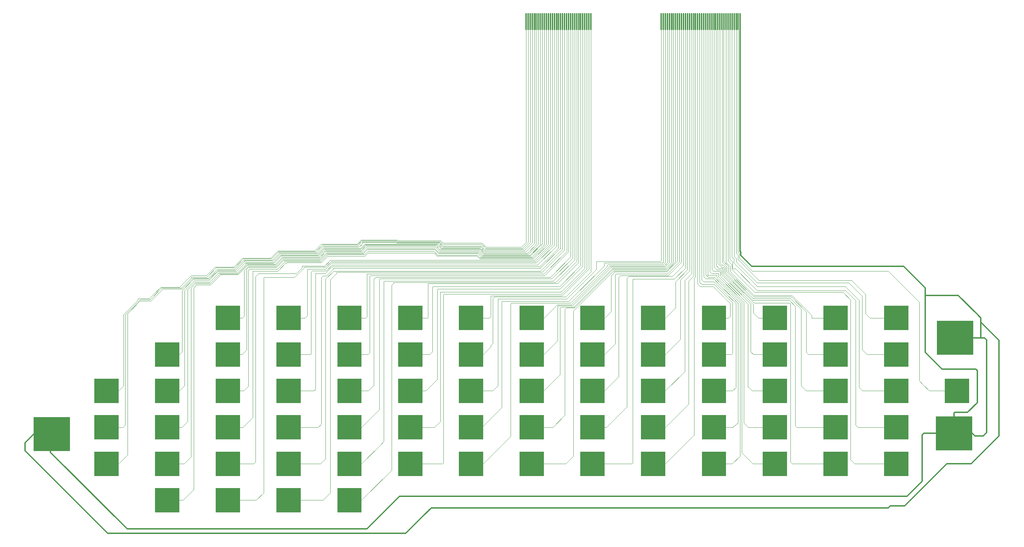
<source format=gtl>
G04*
G04 #@! TF.GenerationSoftware,Altium Limited,Altium Designer,20.0.2 (26)*
G04*
G04 Layer_Physical_Order=1*
G04 Layer_Color=255*
%FSLAX25Y25*%
%MOIN*%
G70*
G01*
G75*
%ADD10C,0.01181*%
%ADD11C,0.00394*%
G36*
X808661Y566142D02*
X785039D01*
Y589764D01*
X808661D01*
Y566142D01*
D02*
G37*
G36*
X749606D02*
X725984D01*
Y589764D01*
X749606D01*
Y566142D01*
D02*
G37*
G36*
X690551D02*
X666929D01*
Y589764D01*
X690551D01*
Y566142D01*
D02*
G37*
G36*
X631496D02*
X607874D01*
Y589764D01*
X631496D01*
Y566142D01*
D02*
G37*
G36*
X572441D02*
X548819D01*
Y589764D01*
X572441D01*
Y566142D01*
D02*
G37*
G36*
X808661Y530709D02*
X785039D01*
Y554331D01*
X808661D01*
Y530709D01*
D02*
G37*
G36*
X749606D02*
X725984D01*
Y554331D01*
X749606D01*
Y530709D01*
D02*
G37*
G36*
X690551D02*
X666929D01*
Y554331D01*
X690551D01*
Y530709D01*
D02*
G37*
G36*
X631496D02*
X607874D01*
Y554331D01*
X631496D01*
Y530709D01*
D02*
G37*
G36*
X572441D02*
X548819D01*
Y554331D01*
X572441D01*
Y530709D01*
D02*
G37*
G36*
X513386D02*
X489764D01*
Y554331D01*
X513386D01*
Y530709D01*
D02*
G37*
G36*
X808661Y495276D02*
X785039D01*
Y518898D01*
X808661D01*
Y495276D01*
D02*
G37*
G36*
X749606D02*
X725984D01*
Y518898D01*
X749606D01*
Y495276D01*
D02*
G37*
G36*
X690551D02*
X666929D01*
Y518898D01*
X690551D01*
Y495276D01*
D02*
G37*
G36*
X631496D02*
X607874D01*
Y518898D01*
X631496D01*
Y495276D01*
D02*
G37*
G36*
X572441D02*
X548819D01*
Y518898D01*
X572441D01*
Y495276D01*
D02*
G37*
G36*
X513386D02*
X489764D01*
Y518898D01*
X513386D01*
Y495276D01*
D02*
G37*
G36*
X454331D02*
X430709D01*
Y518898D01*
X454331D01*
Y495276D01*
D02*
G37*
G36*
X808661Y459842D02*
X785039D01*
Y483465D01*
X808661D01*
Y459842D01*
D02*
G37*
G36*
X749606D02*
X725984D01*
Y483465D01*
X749606D01*
Y459842D01*
D02*
G37*
G36*
X690551D02*
X666929D01*
Y483465D01*
X690551D01*
Y459842D01*
D02*
G37*
G36*
X631496D02*
X607874D01*
Y483465D01*
X631496D01*
Y459842D01*
D02*
G37*
G36*
X572441D02*
X548819D01*
Y483465D01*
X572441D01*
Y459842D01*
D02*
G37*
G36*
X513386D02*
X489764D01*
Y483465D01*
X513386D01*
Y459842D01*
D02*
G37*
G36*
X454331D02*
X430709D01*
Y483465D01*
X454331D01*
Y459842D01*
D02*
G37*
G36*
X407087Y448425D02*
X371654D01*
Y481496D01*
X407087D01*
Y448425D01*
D02*
G37*
G36*
X808661Y424409D02*
X785039D01*
Y448032D01*
X808661D01*
Y424409D01*
D02*
G37*
G36*
X749606D02*
X725984D01*
Y448032D01*
X749606D01*
Y424409D01*
D02*
G37*
G36*
X690551D02*
X666929D01*
Y448032D01*
X690551D01*
Y424409D01*
D02*
G37*
G36*
X631496D02*
X607874D01*
Y448032D01*
X631496D01*
Y424409D01*
D02*
G37*
G36*
X572441D02*
X548819D01*
Y448032D01*
X572441D01*
Y424409D01*
D02*
G37*
G36*
X513386D02*
X489764D01*
Y448032D01*
X513386D01*
Y424409D01*
D02*
G37*
G36*
X454331D02*
X430709D01*
Y448032D01*
X454331D01*
Y424409D01*
D02*
G37*
G36*
X690551Y388976D02*
X666929D01*
Y412598D01*
X690551D01*
Y388976D01*
D02*
G37*
G36*
X631496D02*
X607874D01*
Y412598D01*
X631496D01*
Y388976D01*
D02*
G37*
G36*
X572441D02*
X548819D01*
Y412598D01*
X572441D01*
Y388976D01*
D02*
G37*
G36*
X513386D02*
X489764D01*
Y412598D01*
X513386D01*
Y388976D01*
D02*
G37*
G36*
X1222047Y566142D02*
X1198425D01*
Y589764D01*
X1222047D01*
Y566142D01*
D02*
G37*
G36*
X1162992D02*
X1139370D01*
Y589764D01*
X1162992D01*
Y566142D01*
D02*
G37*
G36*
X1103937D02*
X1080315D01*
Y589764D01*
X1103937D01*
Y566142D01*
D02*
G37*
G36*
X1044882D02*
X1021260D01*
Y589764D01*
X1044882D01*
Y566142D01*
D02*
G37*
G36*
X985827D02*
X962205D01*
Y589764D01*
X985827D01*
Y566142D01*
D02*
G37*
G36*
X926772D02*
X903150D01*
Y589764D01*
X926772D01*
Y566142D01*
D02*
G37*
G36*
X867717D02*
X844094D01*
Y589764D01*
X867717D01*
Y566142D01*
D02*
G37*
G36*
X1285039Y542126D02*
X1249606D01*
Y575197D01*
X1285039D01*
Y542126D01*
D02*
G37*
G36*
X1222047Y530709D02*
X1198425D01*
Y554331D01*
X1222047D01*
Y530709D01*
D02*
G37*
G36*
X1162992D02*
X1139370D01*
Y554331D01*
X1162992D01*
Y530709D01*
D02*
G37*
G36*
X1103937D02*
X1080315D01*
Y554331D01*
X1103937D01*
Y530709D01*
D02*
G37*
G36*
X1044882D02*
X1021260D01*
Y554331D01*
X1044882D01*
Y530709D01*
D02*
G37*
G36*
X985827D02*
X962205D01*
Y554331D01*
X985827D01*
Y530709D01*
D02*
G37*
G36*
X926772D02*
X903150D01*
Y554331D01*
X926772D01*
Y530709D01*
D02*
G37*
G36*
X867717D02*
X844094D01*
Y554331D01*
X867717D01*
Y530709D01*
D02*
G37*
G36*
X1281102Y495276D02*
X1257480D01*
Y518898D01*
X1281102D01*
Y495276D01*
D02*
G37*
G36*
X1222047D02*
X1198425D01*
Y518898D01*
X1222047D01*
Y495276D01*
D02*
G37*
G36*
X1162992D02*
X1139370D01*
Y518898D01*
X1162992D01*
Y495276D01*
D02*
G37*
G36*
X1103937D02*
X1080315D01*
Y518898D01*
X1103937D01*
Y495276D01*
D02*
G37*
G36*
X1044882D02*
X1021260D01*
Y518898D01*
X1044882D01*
Y495276D01*
D02*
G37*
G36*
X985827D02*
X962205D01*
Y518898D01*
X985827D01*
Y495276D01*
D02*
G37*
G36*
X926772D02*
X903150D01*
Y518898D01*
X926772D01*
Y495276D01*
D02*
G37*
G36*
X867717D02*
X844094D01*
Y518898D01*
X867717D01*
Y495276D01*
D02*
G37*
G36*
X1222047Y459842D02*
X1198425D01*
Y483465D01*
X1222047D01*
Y459842D01*
D02*
G37*
G36*
X1162992D02*
X1139370D01*
Y483465D01*
X1162992D01*
Y459842D01*
D02*
G37*
G36*
X1103937D02*
X1080315D01*
Y483465D01*
X1103937D01*
Y459842D01*
D02*
G37*
G36*
X1044882D02*
X1021260D01*
Y483465D01*
X1044882D01*
Y459842D01*
D02*
G37*
G36*
X985827D02*
X962205D01*
Y483465D01*
X985827D01*
Y459842D01*
D02*
G37*
G36*
X926772D02*
X903150D01*
Y483465D01*
X926772D01*
Y459842D01*
D02*
G37*
G36*
X867717D02*
X844094D01*
Y483465D01*
X867717D01*
Y459842D01*
D02*
G37*
G36*
X1284252Y449213D02*
X1248819D01*
Y482283D01*
X1284252D01*
Y449213D01*
D02*
G37*
G36*
X1222047Y424409D02*
X1198425D01*
Y448032D01*
X1222047D01*
Y424409D01*
D02*
G37*
G36*
X1162992D02*
X1139370D01*
Y448032D01*
X1162992D01*
Y424409D01*
D02*
G37*
G36*
X1103937D02*
X1080315D01*
Y448032D01*
X1103937D01*
Y424409D01*
D02*
G37*
G36*
X1044882D02*
X1021260D01*
Y448032D01*
X1044882D01*
Y424409D01*
D02*
G37*
G36*
X985827D02*
X962205D01*
Y448032D01*
X985827D01*
Y424409D01*
D02*
G37*
G36*
X926772D02*
X903150D01*
Y448032D01*
X926772D01*
Y424409D01*
D02*
G37*
G36*
X867717D02*
X844094D01*
Y448032D01*
X867717D01*
Y424409D01*
D02*
G37*
D10*
X1292913Y573622D02*
X1310236Y556299D01*
Y465748D02*
Y556299D01*
Y463386D02*
Y465748D01*
X1283071Y436221D02*
X1310236Y463386D01*
X1259449Y436221D02*
X1283071D01*
X1220866Y397638D02*
X1259449Y436221D01*
X1218504Y395276D02*
X1220866Y397638D01*
X1204331Y395276D02*
X1218504D01*
X1202362Y393307D02*
X1204331Y395276D01*
X937008Y393307D02*
X1202362D01*
X758268D02*
X937008D01*
X750787Y385827D02*
X758268Y393307D01*
X733465Y368504D02*
X750787Y385827D01*
X454331Y368504D02*
X733465D01*
X443701D02*
X454331D01*
X363386Y448819D02*
X443701Y368504D01*
X363386Y448819D02*
Y456693D01*
X371654Y464961D01*
X1238976Y600000D02*
X1258661D01*
X1292520Y559055D02*
Y577953D01*
X1289370Y581102D02*
X1292520Y577953D01*
X1270472Y600000D02*
X1289370Y581102D01*
X1258661Y600000D02*
X1270472D01*
X1238386Y544685D02*
Y607283D01*
X1285039Y558661D02*
X1296063D01*
X1298032Y556693D01*
Y466535D02*
Y556693D01*
X1294882Y463386D02*
X1298032Y466535D01*
X1286614Y463386D02*
X1294882D01*
X1284252Y465748D02*
X1286614Y463386D01*
X1217323Y628346D02*
X1238386Y607283D01*
X1069685Y628346D02*
X1217323D01*
X1059055Y638976D02*
X1069685Y628346D01*
X1059055Y638976D02*
Y642126D01*
X1058535Y642646D02*
X1059055Y642126D01*
X1058535Y858661D02*
X1058535Y642646D01*
X1058535Y858661D02*
Y874016D01*
X1238386Y544685D02*
X1254724Y528346D01*
X1287402D01*
X1288976Y526772D01*
Y495669D02*
Y526772D01*
X1279527Y486221D02*
X1288976Y495669D01*
X1267227Y486221D02*
X1279527D01*
X1266535Y485529D02*
X1267227Y486221D01*
X1266535Y482283D02*
Y485529D01*
X388189Y447244D02*
Y448819D01*
Y447244D02*
X462598Y372835D01*
X695669D01*
X727559Y404724D01*
X1220866D01*
X1235433Y419291D01*
Y464173D01*
X1237008Y465748D01*
X1248819D01*
X850413Y858661D02*
Y874016D01*
X981764Y858661D02*
Y874016D01*
X1056567Y858661D02*
Y874016D01*
X1054598Y858661D02*
Y874016D01*
X1052630Y858661D02*
Y874016D01*
X1050661Y858661D02*
Y874016D01*
X1048693Y858661D02*
Y874016D01*
X1046724Y858661D02*
Y874016D01*
X1044756Y858661D02*
Y874016D01*
X1042787Y858661D02*
Y874016D01*
X1040819Y858661D02*
Y874016D01*
X1038850Y858661D02*
Y874016D01*
X1036882Y858661D02*
Y874016D01*
X1034913Y858661D02*
Y874016D01*
X1032945Y858661D02*
Y874016D01*
X1030976Y858661D02*
Y874016D01*
X1029008Y858661D02*
Y874016D01*
X1027039Y858661D02*
Y874016D01*
X1025071Y858661D02*
Y874016D01*
X1023102Y858661D02*
Y874016D01*
X1021134Y858661D02*
Y874016D01*
X1019165Y858661D02*
Y874016D01*
X1017197Y858661D02*
Y874016D01*
X1015228Y858661D02*
Y874016D01*
X1013260Y858661D02*
Y874016D01*
X1011291Y858661D02*
Y874016D01*
X1009323Y858661D02*
Y874016D01*
X1007354Y858661D02*
Y874016D01*
X1005386Y858661D02*
Y874016D01*
X1003417Y858661D02*
Y874016D01*
X1001449Y858661D02*
Y874016D01*
X999480Y858661D02*
Y874016D01*
X997512Y858661D02*
Y874016D01*
X995543Y858661D02*
Y874016D01*
X993575Y858661D02*
Y874016D01*
X991606Y858661D02*
Y874016D01*
X989638Y858661D02*
Y874016D01*
X987669Y858661D02*
Y874016D01*
X985701Y858661D02*
Y874016D01*
X983732Y858661D02*
Y874016D01*
X981764Y858661D02*
Y874016D01*
Y858661D02*
Y874016D01*
X913406Y858661D02*
Y874016D01*
X911437Y858661D02*
Y874016D01*
X909469Y858661D02*
Y874016D01*
X907500Y858661D02*
Y874016D01*
X905532Y858661D02*
Y874016D01*
X903563Y858661D02*
Y874016D01*
X901594Y858661D02*
Y874016D01*
X899626Y858661D02*
Y874016D01*
X897657Y858661D02*
Y874016D01*
X895689Y858661D02*
Y874016D01*
X893720Y858661D02*
Y874016D01*
X891752Y858661D02*
Y874016D01*
X889783Y858661D02*
Y874016D01*
X887815Y858661D02*
Y874016D01*
X885846Y858661D02*
Y874016D01*
X883878Y858661D02*
Y874016D01*
X881909Y858661D02*
Y874016D01*
X879941Y858661D02*
Y874016D01*
X877972Y858661D02*
Y874016D01*
X876004Y858661D02*
Y874016D01*
X874035Y858661D02*
Y874016D01*
X872067Y858661D02*
Y874016D01*
X870098Y858661D02*
Y874016D01*
X868130Y858661D02*
Y874016D01*
X866161Y858661D02*
Y874016D01*
X864193Y858661D02*
Y874016D01*
X862224Y858661D02*
Y874016D01*
X860256Y858661D02*
Y874016D01*
X858287Y858661D02*
Y874016D01*
X856319Y858661D02*
Y874016D01*
X854350Y858661D02*
Y874016D01*
X852382Y858661D02*
Y874016D01*
D11*
X850413Y858661D02*
X850413Y651594D01*
X1070472Y623622D02*
X1193307D01*
X1057874Y636221D02*
X1070472Y623622D01*
X1057874Y636221D02*
Y640551D01*
X1056567Y641858D02*
Y858661D01*
Y641858D02*
X1057874Y640551D01*
X1193307Y623622D02*
X1202362D01*
X1232677Y593307D01*
Y516929D02*
Y593307D01*
Y516929D02*
X1236220Y513386D01*
X1242520Y507087D01*
X1257480D01*
X1054724Y858661D02*
X1054724Y640945D01*
X1056299Y639370D01*
Y635039D02*
Y639370D01*
Y635039D02*
X1075984Y615354D01*
X1076772Y614567D01*
X1167092D01*
X1167323Y614336D01*
Y613779D02*
Y614336D01*
Y613779D02*
X1180315Y600787D01*
Y582283D02*
Y600787D01*
Y582283D02*
X1182283Y580315D01*
X1184646Y577953D01*
X1198425D01*
X1052630Y858661D02*
X1052630Y637921D01*
X1054724Y635827D01*
Y632677D02*
Y635827D01*
Y632677D02*
X1075197Y612205D01*
X1076378D01*
X1157087D01*
X1164173D01*
X1177165Y599213D01*
Y547244D02*
Y599213D01*
Y547244D02*
X1178347Y546063D01*
X1181890Y542520D01*
X1198425D01*
X1075197Y608661D02*
X1160630D01*
X1162992Y606299D01*
X1174016Y595276D01*
X1050394Y637402D02*
Y859449D01*
Y637402D02*
X1052362Y635433D01*
Y631496D02*
Y635433D01*
Y631496D02*
X1074016Y609842D01*
X1075197Y608661D01*
X1174016Y510630D02*
Y595276D01*
X1048425Y859449D02*
X1048425Y635433D01*
X1049213Y634646D01*
X1051181Y632677D01*
Y626215D02*
Y632677D01*
Y626215D02*
X1051412Y625984D01*
X1053937D01*
X1073228Y606693D01*
X1075197Y604724D01*
X1159842D01*
X1161024D01*
X1167717Y598032D01*
X1170866Y594882D01*
Y474016D02*
Y594882D01*
X1046724Y633591D02*
Y636057D01*
Y633591D02*
X1050394Y629921D01*
Y625197D02*
Y629921D01*
Y625197D02*
X1050787Y624803D01*
X1072047Y603543D01*
X1072835Y602756D01*
X1158661D01*
X1165748Y595669D01*
Y440158D02*
Y595669D01*
X1108661Y600000D02*
X1108858Y599803D01*
X1072047Y600000D02*
X1108661D01*
X1072047Y600000D02*
X1072047Y600000D01*
X1048819Y623228D02*
X1072047Y600000D01*
X1048819Y623228D02*
Y628346D01*
X1044882Y632283D02*
X1048819Y628346D01*
X1044756Y632409D02*
X1044882Y632283D01*
X1044756Y632409D02*
Y634520D01*
X1107874Y598425D02*
X1108268D01*
X1071653D02*
X1107874D01*
X1047244Y622835D02*
X1071653Y598425D01*
X1047244Y622835D02*
Y628346D01*
X1046457Y629134D02*
X1047244Y628346D01*
X1042913Y632677D02*
X1046457Y629134D01*
X1042126Y631102D02*
X1045276Y627953D01*
Y622835D02*
Y627953D01*
Y622835D02*
Y622835D01*
Y622835D02*
X1070866Y597244D01*
X1071260Y596850D01*
X1081102D01*
X1107480D01*
X1117717Y586614D01*
X1106299Y595276D02*
X1106693Y594882D01*
X1070866Y595276D02*
X1106299D01*
X1044094Y622047D02*
X1070866Y595276D01*
X1044094Y622047D02*
Y627165D01*
X1041732Y629528D02*
X1044094Y627165D01*
X1040158Y629528D02*
X1041732D01*
X1108858Y599803D02*
X1127953Y580709D01*
X1122835Y544488D02*
Y583858D01*
X1108268Y598425D02*
X1122835Y583858D01*
X1117717Y512205D02*
Y586614D01*
X1112205Y473228D02*
Y589370D01*
X1106299Y595276D02*
X1112205Y589370D01*
X1040158Y627953D02*
X1040945Y627165D01*
X1042520D01*
X1042913Y626772D01*
Y621654D02*
Y626772D01*
Y621654D02*
X1070079Y594488D01*
X1072047Y592520D01*
X1106299D01*
X1107480Y591339D01*
Y590945D02*
Y591339D01*
X1037795Y626378D02*
X1041339D01*
Y620866D02*
Y626378D01*
Y620866D02*
X1071260Y590945D01*
Y583071D02*
Y590945D01*
X1040158Y620472D02*
Y622047D01*
Y620472D02*
X1068898Y591732D01*
X1040158Y622047D02*
Y624016D01*
X1039370Y624803D02*
X1040158Y624016D01*
X1035827Y624803D02*
X1039370D01*
X1068898Y544882D02*
Y591732D01*
X1038189Y623622D02*
X1038976Y622835D01*
Y618898D02*
Y622835D01*
Y618898D02*
X1066142Y591732D01*
X1032283Y623622D02*
X1038189D01*
X1066142Y511024D02*
Y591732D01*
X1037402Y618110D02*
X1062205Y593307D01*
Y475984D02*
Y593307D01*
Y475984D02*
X1066535Y471654D01*
X1030709Y621260D02*
X1037402D01*
Y618110D02*
Y621260D01*
X1027165Y619685D02*
X1035827D01*
Y617717D02*
Y619685D01*
Y617717D02*
X1060236Y593307D01*
X1060236Y446850D01*
X1062205Y444882D01*
X1053937Y597244D02*
X1058268Y592913D01*
X1058268Y443701D01*
X1050787Y436221D02*
X1058268Y443701D01*
X1033858Y617323D02*
X1039370Y611811D01*
X1033858Y617323D02*
Y617717D01*
X1027559D02*
X1033858D01*
X1025034Y620242D02*
X1027559Y617717D01*
X1032677Y616142D02*
X1038189Y610630D01*
X1025197Y616142D02*
X1032677D01*
X1055906Y592913D02*
X1056299Y592520D01*
Y592126D02*
Y592520D01*
X1051181Y471654D02*
X1056299Y475984D01*
X1056299Y592126D02*
X1056299Y475984D01*
X1056299Y592126D02*
X1056299Y476772D01*
X1052362Y596457D02*
X1055906Y592913D01*
X1033071Y613386D02*
X1044094Y602362D01*
X1023065Y613386D02*
X1033071D01*
X1054331Y510236D02*
Y592126D01*
X1044094Y602362D02*
X1054331Y592126D01*
X1051181Y543701D02*
Y592913D01*
X1033465Y610630D02*
X1051181Y592913D01*
X1021260Y610630D02*
X1033465D01*
X1048819Y579528D02*
Y592126D01*
X1032283Y608661D02*
X1048819Y592126D01*
X1019685Y608661D02*
X1032283D01*
X1174016Y510630D02*
X1177559Y507087D01*
X1198425D01*
X1170866Y474016D02*
X1173228Y471654D01*
X1198425D01*
X1046724Y636057D02*
Y858661D01*
X1165748Y440158D02*
X1167717Y438189D01*
X1169685Y436221D01*
X1198425D01*
X1042520Y633071D02*
X1042913Y632677D01*
X1042913D01*
X1042520Y633071D02*
Y858661D01*
X1044756Y634520D02*
Y635307D01*
Y858661D01*
X1127953Y580709D02*
X1127953Y577953D01*
X1139370D01*
X1122835Y544488D02*
X1124803Y542520D01*
X1139370D01*
X1040945Y632283D02*
X1042126Y631102D01*
X1040945Y858661D02*
X1040945Y632283D01*
X1040819Y858661D02*
X1040945D01*
X1117717Y512205D02*
X1122835Y507087D01*
X1139370D01*
X1038850Y630835D02*
X1040158Y629528D01*
X1038850Y857517D02*
X1038850Y630835D01*
X1038850Y860504D02*
Y860756D01*
Y858661D02*
Y860504D01*
Y857517D02*
Y858661D01*
X1112205Y473228D02*
X1113780Y471654D01*
X1139370D01*
X1036882Y858661D02*
X1036882Y631228D01*
X1040158Y627953D01*
X1107480Y590945D02*
X1107480Y437795D01*
X1109055Y436221D01*
X1139370D01*
X1035039Y629134D02*
X1037795Y626378D01*
X1035039Y858268D02*
X1035039Y629134D01*
X1071260Y583071D02*
X1076378Y577953D01*
X1080315D01*
X1032945Y858661D02*
X1032945Y627685D01*
X1035827Y624803D01*
X1030939Y858661D02*
X1030939Y624966D01*
X1032283Y623622D01*
X1068898Y544882D02*
X1071260Y542520D01*
X1080315D01*
X1030939Y858661D02*
X1030976D01*
X1066142Y511024D02*
X1066929Y510236D01*
X1070079Y507087D01*
X1080315D01*
X1029008Y858661D02*
X1029134Y858535D01*
Y622835D02*
Y858535D01*
Y622835D02*
X1030709Y621260D01*
X1066535Y471654D02*
X1080315D01*
X1027165Y859449D02*
X1027165Y619685D01*
X1027165Y619685D02*
X1027165Y619685D01*
X1062205Y444882D02*
X1070866Y436221D01*
X1080315D01*
X1025034Y858661D02*
X1025034Y620242D01*
X1025034Y858661D02*
X1025071D01*
X1039370Y611811D02*
X1053937Y597244D01*
X1044882Y436221D02*
X1050787D01*
X1023228Y618110D02*
Y861024D01*
Y618110D02*
X1025197Y616142D01*
X1038189Y610630D02*
X1052362Y596457D01*
X1044882Y471654D02*
X1051181D01*
X1021134Y858661D02*
X1021134Y615317D01*
X1023065Y613386D01*
X1051181Y507087D02*
X1054331Y510236D01*
X1044882Y507087D02*
X1051181D01*
X1019165Y612724D02*
X1021260Y610630D01*
X1019165Y858661D02*
X1019165Y612724D01*
X1050000Y542520D02*
X1051181Y543701D01*
X1044882Y542520D02*
X1050000D01*
X1017197Y611150D02*
Y858661D01*
Y611150D02*
X1019685Y608661D01*
X1047244Y577953D02*
X1048819Y579528D01*
X1044882Y577953D02*
X1047244D01*
X1015228Y858661D02*
X1015228Y617984D01*
X1013780Y616535D02*
X1015228Y617984D01*
X1011024Y860630D02*
X1011417Y860236D01*
X1011417Y622835D01*
X1007087Y859842D02*
X1007087Y624803D01*
X995669Y613386D02*
X1007087Y624803D01*
X1013780Y495276D02*
Y616535D01*
Y464173D02*
Y495276D01*
X985827Y436221D02*
X1013780Y464173D01*
X1013386Y619685D02*
Y861024D01*
Y618898D02*
Y619685D01*
X1008268Y613779D02*
X1013386Y618898D01*
X1008268Y494095D02*
Y613779D01*
X985827Y471654D02*
X1008268Y494095D01*
X1011417Y621260D02*
Y622835D01*
X1004724Y614567D02*
X1011417Y621260D01*
X1004724Y525984D02*
Y614567D01*
X985827Y507087D02*
X1004724Y525984D01*
X1009323Y858661D02*
X1009449Y858535D01*
Y624016D02*
Y858535D01*
X1000394Y614961D02*
X1009449Y624016D01*
X1000394Y614173D02*
Y614961D01*
Y588583D02*
Y614173D01*
Y557087D02*
Y588583D01*
X985827Y542520D02*
X1000394Y557087D01*
X995669Y605512D02*
Y613386D01*
Y587795D02*
Y605512D01*
X985827Y577953D02*
X995669Y587795D01*
X1005386Y626646D02*
Y629134D01*
X994488Y615748D02*
X1005386Y626646D01*
X999480Y632551D02*
Y633590D01*
X987795Y620866D02*
X999480Y632551D01*
X999480Y858661D02*
X999480Y633590D01*
X1005386Y858661D02*
X1005386Y629134D01*
X954331Y615748D02*
X994488D01*
X953937Y615354D02*
X954331Y615748D01*
X953937Y437008D02*
Y615354D01*
X953150Y436221D02*
X953937Y437008D01*
X926772Y436221D02*
X953150D01*
X1003150Y859449D02*
X1003543Y859055D01*
X1003543Y632677D01*
Y629134D02*
Y632677D01*
X992913Y618504D02*
X1003543Y629134D01*
X950394Y618504D02*
X992913D01*
X948425Y616535D02*
X950394Y618504D01*
X948425Y491732D02*
Y616535D01*
X928347Y471654D02*
X948425Y491732D01*
X926772Y471654D02*
X928347D01*
X1001449Y632158D02*
Y858661D01*
X988583Y619291D02*
X1001449Y632158D01*
X942126Y619291D02*
X988583D01*
X940551Y617717D02*
X942126Y619291D01*
X940551Y520866D02*
Y617717D01*
X926772Y507087D02*
X940551Y520866D01*
X937795Y620866D02*
X987795D01*
X937008Y620079D02*
X937795Y620866D01*
X937008Y564567D02*
Y620079D01*
Y552756D02*
Y564567D01*
X926772Y542520D02*
X937008Y552756D01*
X997512Y633339D02*
Y858661D01*
X996457Y632283D02*
X997512Y633339D01*
X987008Y622835D02*
X996457Y632283D01*
X986220Y622835D02*
X987008D01*
X985433D02*
X986220D01*
X936057D02*
X985433D01*
X935827Y622604D02*
X936057Y622835D01*
X935827Y621654D02*
Y622604D01*
X933071Y618898D02*
X935827Y621654D01*
X933071Y584252D02*
Y618898D01*
X926772Y577953D02*
X933071Y584252D01*
X995543Y858661D02*
X995543Y632551D01*
X987008Y624016D02*
X995543Y632551D01*
X938583Y624016D02*
X987008D01*
X935433D02*
X938583D01*
X902756Y591339D02*
X935433Y624016D01*
X896457Y585039D02*
X902756Y591339D01*
X896457Y443701D02*
Y585039D01*
X888976Y436221D02*
X896457Y443701D01*
X867717Y436221D02*
X888976D01*
X993575Y858661D02*
X993575Y632158D01*
X993307Y631890D02*
X993575Y632158D01*
X986614Y625197D02*
X993307Y631890D01*
X934646Y625197D02*
X986614D01*
X897638Y588189D02*
X934646Y625197D01*
X888189Y586221D02*
X889764Y587795D01*
X888189Y483465D02*
Y586221D01*
X897244Y587795D02*
X897638Y588189D01*
X889764Y587795D02*
X897244D01*
X876378Y471654D02*
X888189Y483465D01*
X867717Y471654D02*
X876378D01*
X991606Y858661D02*
X991732Y858535D01*
Y632283D02*
Y858535D01*
Y631890D02*
Y632283D01*
X986220Y626378D02*
X991732Y631890D01*
X934252Y626378D02*
X986220D01*
X933858Y625984D02*
X934252Y626378D01*
X933858Y625591D02*
Y625984D01*
X896850Y588583D02*
X933858Y625591D01*
X884252Y588583D02*
X896850D01*
X883465Y587795D02*
X884252Y588583D01*
X883465Y522835D02*
Y587795D01*
X867717Y507087D02*
X883465Y522835D01*
X987402Y629528D02*
X989370Y631496D01*
X989370Y859842D02*
X989370Y631496D01*
X987669Y858661D02*
X987669Y631764D01*
X984646Y628740D02*
X987669Y631764D01*
X985433Y627559D02*
X987402Y629528D01*
X933071Y627559D02*
X985433D01*
X981081Y633071D02*
X981764Y633754D01*
X919291Y633071D02*
X981081D01*
X895276Y589764D02*
X933071Y627559D01*
X881496Y589764D02*
X895276D01*
X881102Y589370D02*
X881496Y589764D01*
X881102Y555905D02*
Y589370D01*
X867717Y542520D02*
X881102Y555905D01*
X932283Y628740D02*
X984646D01*
X931890Y628346D02*
X932283Y628740D01*
X894488Y590945D02*
X931890Y628346D01*
X893701Y590945D02*
X894488D01*
X880709D02*
X893701D01*
X867717Y577953D02*
X880709Y590945D01*
X985701Y858661D02*
X985701Y631764D01*
X983858Y629921D02*
X985701Y631764D01*
X929758Y629921D02*
X983858D01*
X929528Y629691D02*
X929758Y629921D01*
X929528Y628346D02*
Y629691D01*
X902362Y601181D02*
X929528Y628346D01*
X893701Y592520D02*
X902362Y601181D01*
X836220Y592520D02*
X893701D01*
X835433Y591732D02*
X836220Y592520D01*
X835433Y464961D02*
Y591732D01*
Y462992D02*
Y464961D01*
X808661Y436221D02*
X835433Y462992D01*
X983695Y858661D02*
X983695Y631957D01*
X983234Y631496D02*
X983695Y631957D01*
X983695Y858661D02*
X983732D01*
X926609Y631496D02*
X983234D01*
X926378Y631265D02*
X926609Y631496D01*
X926378Y628740D02*
Y631265D01*
X892913Y595276D02*
X926378Y628740D01*
X891732Y594095D02*
X892913Y595276D01*
X827002Y594095D02*
X891732D01*
X826772Y593864D02*
X827002Y594095D01*
X826772Y527165D02*
Y593864D01*
Y490945D02*
Y527165D01*
X808268Y472441D02*
X826772Y490945D01*
X769291Y436221D02*
X770079Y437008D01*
X770079D02*
X770079D01*
X770079D02*
Y600950D01*
X749606Y436221D02*
X769291D01*
X981764Y858661D02*
X981764Y633754D01*
X919128Y633071D02*
X919291D01*
X918898Y632840D02*
X919128Y633071D01*
X918898Y625197D02*
Y632840D01*
X890158Y596457D02*
X918898Y625197D01*
X823228Y596457D02*
X890158D01*
X822998Y596226D02*
X823228Y596457D01*
X822998Y595900D02*
Y596226D01*
Y595900D02*
X823228Y595669D01*
Y512205D02*
Y595669D01*
X818110Y507087D02*
X823228Y512205D01*
X808661Y507087D02*
X818110D01*
X907480Y626378D02*
Y628740D01*
X884646Y603543D02*
X907480Y626378D01*
X907480Y858661D02*
X907480Y628740D01*
X805512Y635433D02*
X857480D01*
X802756Y638189D02*
X805512Y635433D01*
X857480D02*
X857874Y635827D01*
X660236Y634252D02*
X857480D01*
X654331Y628346D02*
X660236Y634252D01*
X855906Y637402D02*
X868110Y649606D01*
X855512Y637402D02*
X855906D01*
X868110Y649606D02*
Y858642D01*
X856693Y636614D02*
X870079Y650000D01*
X813386Y636614D02*
X856693D01*
X857480Y634252D02*
X858661D01*
X874035Y649626D01*
X874035Y858661D02*
X874035Y649626D01*
X661024Y633071D02*
X859449D01*
X655512Y627559D02*
X661024Y633071D01*
X859449D02*
X876004Y649626D01*
X661417Y631496D02*
X859842D01*
X655905Y625984D02*
X661417Y631496D01*
X860236D02*
X877953Y649213D01*
X859842Y631496D02*
X860236D01*
X662598Y629528D02*
X861417D01*
X862205Y630315D01*
X879941Y648051D01*
X662598Y627953D02*
X863780D01*
X864173Y628346D01*
X881890Y646063D01*
Y648425D01*
X913406Y622854D02*
Y627933D01*
X888976Y598425D02*
X913406Y622854D01*
X913406Y858661D02*
X913406Y627933D01*
X819291Y598425D02*
X888976D01*
X818110Y597244D02*
X819291Y598425D01*
X818110Y553150D02*
Y597244D01*
X816142Y551181D02*
X818110Y553150D01*
X816142Y550000D02*
Y551181D01*
X808661Y542520D02*
X816142Y550000D01*
X885433Y599606D02*
X911417Y625591D01*
X911437Y625571D01*
Y858661D01*
X816372Y599606D02*
X885433D01*
X816142Y599376D02*
X816372Y599606D01*
X816142Y579528D02*
Y599376D01*
X815354Y578740D02*
X816142Y579528D01*
X814567Y577953D02*
X815354Y578740D01*
X808661Y577953D02*
X814567D01*
X909469Y858661D02*
X909469Y625610D01*
X885039Y601181D02*
X909469Y625610D01*
X770309Y601181D02*
X885039D01*
X770079Y600950D02*
X770309Y601181D01*
X884252Y603150D02*
X884646Y603543D01*
X767160Y603150D02*
X884252D01*
X766929Y602919D02*
X767160Y603150D01*
X766929Y477165D02*
Y602919D01*
X764961Y475197D02*
X766929Y477165D01*
X761417Y471654D02*
X764961Y475197D01*
X749606Y471654D02*
X761417D01*
X905532Y858661D02*
X905532Y628366D01*
X883465Y606299D02*
X905532Y628366D01*
X764404Y606299D02*
X883465D01*
X764173Y606069D02*
X764404Y606299D01*
X764173Y518110D02*
Y606069D01*
X753150Y507087D02*
X764173Y518110D01*
X749606Y507087D02*
X753150D01*
X903563Y858661D02*
X903563Y629154D01*
X883071Y608661D02*
X903563Y629154D01*
X759842Y608661D02*
X883071D01*
X759449Y608268D02*
X759842Y608661D01*
X759449Y545276D02*
Y608268D01*
X756693Y542520D02*
X759449Y545276D01*
X749606Y542520D02*
X756693D01*
X901575Y858268D02*
X901575Y631890D01*
X881102Y611417D02*
X901575Y631890D01*
X755349Y611417D02*
X881102D01*
X755118Y611187D02*
X755349Y611417D01*
X755118Y578346D02*
Y611187D01*
X754724Y577953D02*
X755118Y578346D01*
X749606Y577953D02*
X754724D01*
X899626Y633091D02*
Y866339D01*
X879134Y612598D02*
X899626Y633091D01*
X721490Y612598D02*
X879134D01*
X721260Y612368D02*
X721490Y612598D01*
X721260Y611417D02*
Y612368D01*
X719685Y609842D02*
X721260Y611417D01*
X719685Y429921D02*
Y609842D01*
X690551Y400787D02*
X719685Y429921D01*
X897657Y858661D02*
X897657Y634665D01*
X876772Y613779D02*
X897657Y634665D01*
X712435Y613779D02*
X876772D01*
X712205Y613549D02*
X712435Y613779D01*
X712205Y506299D02*
Y613549D01*
Y457874D02*
Y506299D01*
X708661Y454331D02*
X712205Y457874D01*
X708661Y454331D02*
X708661D01*
X690551Y436221D02*
X708661Y454331D01*
X895689Y636240D02*
Y858661D01*
X877559Y618110D02*
X895689Y636240D01*
X875591Y616142D02*
X877559Y618110D01*
X708105Y616142D02*
X875591D01*
X707874Y615911D02*
X708105Y616142D01*
X707874Y492913D02*
Y615911D01*
Y488976D02*
Y492913D01*
X690551Y471654D02*
X707874Y488976D01*
X893720Y637421D02*
Y858661D01*
X874016Y617717D02*
X893720Y637421D01*
X704331Y617717D02*
X874016D01*
X702362Y615748D02*
X704331Y617717D01*
X702362Y512205D02*
Y615748D01*
X701575Y511417D02*
X702362Y512205D01*
X697244Y507087D02*
X701575Y511417D01*
X690551Y507087D02*
X697244D01*
X891339Y859449D02*
X891732Y859055D01*
Y642520D02*
Y859055D01*
Y642520D02*
Y642520D01*
X868504Y619291D02*
X891732Y642520D01*
X699213Y619291D02*
X868504D01*
X698425Y618504D02*
X699213Y619291D01*
X698425Y544095D02*
Y618504D01*
X696850Y542520D02*
X698425Y544095D01*
X690551Y542520D02*
X696850D01*
X889927Y858661D02*
X889927Y643077D01*
X867717Y620866D02*
X889927Y643077D01*
X889783Y858661D02*
X889927D01*
X695900Y620866D02*
X867717D01*
X695669Y620636D02*
X695900Y620866D01*
X695669Y579134D02*
Y620636D01*
X694882Y578346D02*
X695669Y579134D01*
X694488Y577953D02*
X694882Y578346D01*
X690551Y577953D02*
X694488D01*
X651575Y474803D02*
Y617717D01*
X648425Y471654D02*
X651575Y474803D01*
X631496Y471654D02*
X648425D01*
X887795Y866319D02*
X887815Y866339D01*
X887795Y646850D02*
Y866319D01*
Y644095D02*
Y646850D01*
X866142Y622441D02*
X887795Y644095D01*
X666372Y622441D02*
X866142D01*
X666142Y622210D02*
X666372Y622441D01*
X666142Y621260D02*
Y622210D01*
X660630Y615748D02*
X666142Y621260D01*
X660236Y615354D02*
X660630Y615748D01*
X660236Y407874D02*
Y615354D01*
X653150Y400787D02*
X660236Y407874D01*
X631496Y400787D02*
X653150D01*
X885846Y858661D02*
X885846Y644902D01*
X864567Y623622D02*
X885846Y644902D01*
X663386Y623622D02*
X864567D01*
X655512Y615748D02*
X663386Y623622D01*
X655512Y440945D02*
Y615748D01*
X652756Y438189D02*
X655512Y440945D01*
X650787Y436221D02*
X652756Y438189D01*
X631496Y436221D02*
X650787D01*
X883858Y859449D02*
X883858Y645832D01*
X884021Y645669D01*
X883465D02*
X884021D01*
X864567Y626772D02*
X883465Y645669D01*
X864173Y626378D02*
X864567Y626772D01*
X662829Y626378D02*
X864173D01*
X662598Y626147D02*
X662829Y626378D01*
X662598Y625197D02*
Y626147D01*
X656299Y618898D02*
X662598Y625197D01*
X652756Y618898D02*
X656299D01*
X651575Y617717D02*
X652756Y618898D01*
X881890Y858642D02*
X881909Y858661D01*
X881890Y648425D02*
Y858642D01*
X661811Y627953D02*
X662598D01*
X656299Y622441D02*
X661811Y627953D01*
X655118Y621260D02*
X656299Y622441D01*
X645900Y621260D02*
X655118D01*
X645669Y621029D02*
X645900Y621260D01*
X645669Y508661D02*
Y621029D01*
X644095Y507087D02*
X645669Y508661D01*
X631496Y507087D02*
X644095D01*
X879941Y858661D02*
X879941Y648051D01*
X661811Y629528D02*
X662598D01*
X656299Y624016D02*
X661811Y629528D01*
X642913Y624016D02*
X656299D01*
X641339Y622441D02*
X642913Y624016D01*
X641339Y542913D02*
Y622441D01*
X640945Y542520D02*
X641339Y542913D01*
X631496Y542520D02*
X640945D01*
X877953Y860630D02*
X878347Y861024D01*
X877953Y649213D02*
Y860630D01*
X655512Y625591D02*
X655905Y625984D01*
X638026Y625591D02*
X655512D01*
X637795Y625360D02*
X638026Y625591D01*
X637795Y580315D02*
Y625360D01*
X637008Y579528D02*
X637795Y580315D01*
X635433Y577953D02*
X637008Y579528D01*
X631496Y577953D02*
X635433D01*
X876004Y858661D02*
X876004Y649626D01*
X635039Y627559D02*
X655512D01*
X634646Y627165D02*
X635039Y627559D01*
X634646Y626772D02*
Y627165D01*
X631496Y623622D02*
X634646Y626772D01*
X625591Y617717D02*
X631496Y623622D01*
X595669Y617717D02*
X625591D01*
X595276Y617323D02*
X595669Y617717D01*
X595276Y407874D02*
Y617323D01*
X588189Y400787D02*
X595276Y407874D01*
X572441Y400787D02*
X588189D01*
X653150Y628346D02*
X654331D01*
X652756Y628740D02*
X653150Y628346D01*
X632908Y628740D02*
X652756D01*
X632677Y628510D02*
X632908Y628740D01*
X632677Y626772D02*
Y628510D01*
X627165Y621260D02*
X632677Y626772D01*
X590551Y621260D02*
X627165D01*
X589764Y620472D02*
X590551Y621260D01*
X587402Y618110D02*
X589764Y620472D01*
X587402Y437795D02*
Y618110D01*
X585827Y436221D02*
X587402Y437795D01*
X572441Y436221D02*
X585827D01*
X872047Y650000D02*
Y859842D01*
Y650000D02*
Y650000D01*
X857874Y635827D02*
X872047Y650000D01*
X763779Y638189D02*
X802756D01*
X763779D02*
X763779D01*
X760630Y641339D02*
X763779Y638189D01*
X697638Y641339D02*
X760630D01*
X696850D02*
X697638D01*
X694095Y638583D02*
X696850Y641339D01*
X693701Y638189D02*
X694095Y638583D01*
X657874Y638189D02*
X693701D01*
X651575Y631890D02*
X657874Y638189D01*
X650787Y631890D02*
X651575D01*
X618110D02*
X650787D01*
X617323Y631102D02*
X618110Y631890D01*
X616535Y631102D02*
X617323D01*
X609449Y624016D02*
X616535Y631102D01*
X609055Y623622D02*
X609449Y624016D01*
X584876Y623622D02*
X609055D01*
X584646Y623391D02*
X584876Y623622D01*
X584646Y481102D02*
Y623391D01*
X575197Y471654D02*
X584646Y481102D01*
X572441Y471654D02*
X575197D01*
X870098Y650020D02*
Y858661D01*
X870079Y650000D02*
X870098Y650020D01*
X805512Y636614D02*
X807250D01*
X802756Y639370D02*
X805512Y636614D01*
X764173Y639370D02*
X802756D01*
X807250Y636614D02*
X813386D01*
X761417Y642126D02*
X764173Y639370D01*
X760630Y642913D02*
X761417Y642126D01*
X696850Y642913D02*
X760630D01*
X693701Y639764D02*
X696850Y642913D01*
X657480Y639764D02*
X693701D01*
X656693Y638976D02*
X657480Y639764D01*
X650787Y633071D02*
X656693Y638976D01*
X616142Y633071D02*
X650787D01*
X615354Y632283D02*
X616142Y633071D01*
X608661Y625591D02*
X615354Y632283D01*
X581496Y625591D02*
X608661D01*
X580315Y624409D02*
X581496Y625591D01*
X580315Y511417D02*
Y624409D01*
X575984Y507087D02*
X580315Y511417D01*
X572441Y507087D02*
X575984D01*
X868110Y858642D02*
X868130Y858661D01*
X806693Y637402D02*
X855512D01*
X803150Y640945D02*
X806693Y637402D01*
X765354Y640945D02*
X803150D01*
X761811Y644488D02*
X765354Y640945D01*
X761417Y644488D02*
X761811D01*
X696457D02*
X761417D01*
X696063D02*
X696457D01*
X692126Y640551D02*
X696063Y644488D01*
X656693Y640551D02*
X692126D01*
X650000Y633858D02*
X656693Y640551D01*
X614567Y633858D02*
X650000D01*
X614567Y633858D02*
X614567Y633858D01*
X607874Y627165D02*
X614567Y633858D01*
X580315Y627165D02*
X607874D01*
X578740Y625591D02*
X580315Y627165D01*
X578740Y622441D02*
Y625591D01*
Y546850D02*
Y622441D01*
X574409Y542520D02*
X578740Y546850D01*
X572441Y542520D02*
X574409D01*
X866161Y650020D02*
Y858661D01*
X864567Y648425D02*
X866161Y650020D01*
X854331Y638189D02*
X864567Y648425D01*
X807874Y638189D02*
X854331D01*
X807480D02*
X807874D01*
X803937Y641732D02*
X807480Y638189D01*
X765748Y641732D02*
X803937D01*
X764567Y642913D02*
X765748Y641732D01*
X761811Y645669D02*
X764567Y642913D01*
X695669Y645669D02*
X761811D01*
X691732Y641732D02*
X695669Y645669D01*
X656299Y641732D02*
X691732D01*
X649606Y635039D02*
X656299Y641732D01*
X614173Y635039D02*
X649606D01*
X614173D02*
X614173D01*
X607480Y628346D02*
X614173Y635039D01*
X580315Y628346D02*
X607480D01*
X576378Y624409D02*
X580315Y628346D01*
X576378Y624016D02*
Y624409D01*
Y579921D02*
Y624016D01*
X574409Y577953D02*
X576378Y579921D01*
X572441Y577953D02*
X574409D01*
X864193Y858661D02*
X864193Y649232D01*
X853937Y638976D02*
X864193Y649232D01*
X852362Y638976D02*
X853937D01*
X808268D02*
X852362D01*
X804331Y642913D02*
X808268Y638976D01*
X766535Y642913D02*
X804331D01*
X765748Y643701D02*
X766535Y642913D01*
X765748Y643701D02*
X765748D01*
X762205Y647244D02*
X765748Y643701D01*
X695669Y647244D02*
X762205D01*
X695276D02*
X695669D01*
X690945Y642913D02*
X695276Y647244D01*
X655905Y642913D02*
X690945D01*
X655118Y642126D02*
X655905Y642913D01*
X649606Y636614D02*
X655118Y642126D01*
X649213Y636221D02*
X649606Y636614D01*
X613779Y636221D02*
X649213D01*
X607087Y629528D02*
X613779Y636221D01*
X605905Y629528D02*
X607087D01*
X579921D02*
X605905D01*
X570472Y620079D02*
X579921Y629528D01*
X553543Y620079D02*
X570472D01*
X552756Y619291D02*
X553543Y620079D01*
X543701Y610236D02*
X552756Y619291D01*
X529758Y610236D02*
X543701D01*
X529528Y610006D02*
X529758Y610236D01*
X529528Y609449D02*
Y610006D01*
X527328Y607250D02*
X529528Y609449D01*
X527328Y606923D02*
Y607250D01*
Y606923D02*
X527559Y606693D01*
Y602362D02*
Y606693D01*
Y411417D02*
Y602362D01*
X527165Y411024D02*
X527559Y411417D01*
X516929Y400787D02*
X527165Y411024D01*
X513386Y400787D02*
X516929D01*
X862224Y649626D02*
Y651161D01*
X852362Y639764D02*
X862224Y649626D01*
X862224Y858661D02*
X862224Y651161D01*
X809055Y639764D02*
X852362D01*
X804724Y644095D02*
X809055Y639764D01*
X766929Y644095D02*
X804724D01*
X765748Y645276D02*
X766929Y644095D01*
X762598Y648425D02*
X765748Y645276D01*
X694882Y648425D02*
X762598D01*
X690158Y643701D02*
X694882Y648425D01*
X655118Y643701D02*
X690158D01*
X648819Y637402D02*
X655118Y643701D01*
X613779Y637402D02*
X648819D01*
X613386D02*
X613779D01*
X606299Y630315D02*
X613386Y637402D01*
X604724Y630315D02*
X606299D01*
X579528D02*
X604724D01*
X579134Y629921D02*
X579528Y630315D01*
X570079Y620866D02*
X579134Y629921D01*
X552756Y620866D02*
X570079D01*
X552362Y620472D02*
X552756Y620866D01*
X543307Y611417D02*
X552362Y620472D01*
X542913Y611417D02*
X543307D01*
X529134D02*
X542913D01*
X524803Y607087D02*
X529134Y611417D01*
X524803Y605905D02*
Y607087D01*
Y442913D02*
Y605905D01*
X518110Y436221D02*
X524803Y442913D01*
X513386Y436221D02*
X518110D01*
X645900Y642520D02*
X652362Y648982D01*
X609842Y642520D02*
X645900D01*
X654724Y644882D02*
X689764D01*
X648425Y638583D02*
X654724Y644882D01*
X612598Y638583D02*
X648425D01*
X647868Y639370D02*
X653937Y645439D01*
X615354Y639370D02*
X647868D01*
X576772Y633465D02*
X604331D01*
X549606Y626772D02*
X566929D01*
X548032Y627559D02*
X564173D01*
X550787Y624409D02*
X567717D01*
X542126Y615748D02*
X550787Y624409D01*
X540945Y615748D02*
X542126D01*
X542520Y612598D02*
X543701Y613779D01*
X528346Y612598D02*
X542520D01*
X543701Y613779D02*
X551378Y621457D01*
X551575Y621654D01*
X860236Y650000D02*
Y859055D01*
Y649606D02*
Y650000D01*
X852362Y641732D02*
X860236Y649606D01*
X851575Y640945D02*
X852362Y641732D01*
X810236Y640945D02*
X851575D01*
X809449D02*
X810236D01*
X806299Y644095D02*
X809449Y640945D01*
X805118Y645276D02*
X806299Y644095D01*
X768504Y645276D02*
X805118D01*
X767717D02*
X768504D01*
X764173Y648819D02*
X767717Y645276D01*
X763779Y649213D02*
X764173Y648819D01*
X706299Y649213D02*
X763779D01*
X694095D02*
X706299D01*
X689764Y644882D02*
X694095Y649213D01*
X612205Y638189D02*
X612598Y638583D01*
X605118Y631102D02*
X612205Y638189D01*
X604331Y631102D02*
X605118D01*
X603543D02*
X604331D01*
X578183D02*
X603543D01*
X577953Y630872D02*
X578183Y631102D01*
X577953Y630315D02*
Y630872D01*
X569685Y622047D02*
X577953Y630315D01*
X551968Y622047D02*
X569685D01*
X551575Y621654D02*
X551968Y622047D01*
X521260Y605512D02*
X528346Y612598D01*
X521260Y477165D02*
Y605512D01*
X515748Y471654D02*
X521260Y477165D01*
X513386Y471654D02*
X515748D01*
X858268Y859842D02*
X858287Y859823D01*
Y858661D02*
Y859823D01*
Y650413D02*
Y858661D01*
X851968Y644095D02*
X858287Y650413D01*
X850000Y642126D02*
X851968Y644095D01*
X810630Y642126D02*
X850000D01*
X809842D02*
X810630D01*
X808661Y643307D02*
X809842Y642126D01*
X805906Y646063D02*
X808661Y643307D01*
X768898Y646063D02*
X805906D01*
X768504D02*
X768898D01*
X765354Y649213D02*
X768504Y646063D01*
X764567Y650000D02*
X765354Y649213D01*
X693701Y650000D02*
X764567D01*
X689370Y645669D02*
X693701Y650000D01*
X687795Y645669D02*
X689370D01*
X654168D02*
X687795D01*
X653937Y645439D02*
X654168Y645669D01*
X611811Y639370D02*
X615354D01*
X605118Y632677D02*
X611811Y639370D01*
X604331Y631890D02*
X605118Y632677D01*
X578346Y631890D02*
X604331D01*
X577559D02*
X578346D01*
X568898Y623228D02*
X577559Y631890D01*
X553543Y623228D02*
X568898D01*
X550787D02*
X553543D01*
X542126Y614567D02*
X550787Y623228D01*
X541732Y614173D02*
X542126Y614567D01*
X528346Y614173D02*
X541732D01*
X527953D02*
X528346D01*
X518504Y604724D02*
X527953Y614173D01*
X518504Y514961D02*
Y604724D01*
Y512205D02*
Y514961D01*
X513386Y507087D02*
X518504Y512205D01*
X856319Y858661D02*
X856319Y651201D01*
X848819Y643701D02*
X856319Y651201D01*
X848032Y643701D02*
X848819D01*
X811024D02*
X848032D01*
X809842D02*
X811024D01*
X806693Y646850D02*
X809842Y643701D01*
X769685Y646850D02*
X806693D01*
X768898Y647638D02*
X769685Y646850D01*
X765748Y650787D02*
X768898Y647638D01*
X724409Y650787D02*
X765748D01*
X724016Y651181D02*
X724409Y650787D01*
X723622Y651575D02*
X724016Y651181D01*
X691569Y651575D02*
X723622D01*
X691339Y651344D02*
X691569Y651575D01*
X691339Y650394D02*
Y651344D01*
X687795Y646850D02*
X691339Y650394D01*
X653937Y646850D02*
X687795D01*
X647638Y640551D02*
X653937Y646850D01*
X643307Y640551D02*
X647638D01*
X611417D02*
X643307D01*
X604331Y633465D02*
X611417Y640551D01*
X576378Y633071D02*
X576772Y633465D01*
X567717Y624409D02*
X576378Y633071D01*
X527165Y615748D02*
X540945D01*
X516142Y604724D02*
X527165Y615748D01*
X516142Y545669D02*
Y604724D01*
Y545276D02*
Y545669D01*
X513386Y542520D02*
X516142Y545276D01*
X854350Y858661D02*
X854350Y651594D01*
X847638Y644882D02*
X854350Y651594D01*
X846850Y644882D02*
X847638D01*
X811024D02*
X846850D01*
X810236D02*
X811024D01*
X807087Y648032D02*
X810236Y644882D01*
X769685Y648032D02*
X807087D01*
X768504Y649213D02*
X769685Y648032D01*
X766929Y650787D02*
X768504Y649213D01*
X766929Y650787D02*
X766929D01*
X766142Y651575D02*
X766929Y650787D01*
X724803Y651575D02*
X766142D01*
X724016Y652362D02*
X724803Y651575D01*
X690945Y652362D02*
X724016D01*
X686614Y648032D02*
X690945Y652362D01*
X653150Y648032D02*
X686614D01*
X646850Y641732D02*
X653150Y648032D01*
X610467Y641732D02*
X646850D01*
X610236Y641502D02*
X610467Y641732D01*
X610236Y640945D02*
Y641502D01*
X603543Y634252D02*
X610236Y640945D01*
X577165Y634252D02*
X603543D01*
X575984D02*
X577165D01*
X567717Y625984D02*
X575984Y634252D01*
X566929Y625197D02*
X567717Y625984D01*
X550000Y625197D02*
X566929D01*
X541339Y616535D02*
X550000Y625197D01*
X540945Y616535D02*
X541339D01*
X526378D02*
X540945D01*
X516142Y606299D02*
X526378Y616535D01*
X514961Y606299D02*
X516142D01*
X497244D02*
X514961D01*
X496457Y605512D02*
X497244Y606299D01*
X496457Y605118D02*
Y605512D01*
X486221Y594882D02*
X496457Y605118D01*
X485827Y594488D02*
X486221Y594882D01*
X475197Y594488D02*
X485827D01*
X462992Y582283D02*
X475197Y594488D01*
X462992Y477559D02*
Y582283D01*
Y444882D02*
Y477559D01*
X454331Y436221D02*
X462992Y444882D01*
X852382Y858661D02*
X852382Y651594D01*
X851968Y651181D02*
X852382Y651594D01*
X847638Y646850D02*
X851968Y651181D01*
X846457Y645669D02*
X847638Y646850D01*
X812205Y645669D02*
X846457D01*
X811417D02*
X812205D01*
X810630Y646457D02*
X811417Y645669D01*
X807480Y649606D02*
X810630Y646457D01*
X807087Y649606D02*
X807480D01*
X769685D02*
X807087D01*
X766929Y652362D02*
X769685Y649606D01*
X725197Y652362D02*
X766929D01*
X725197Y652362D02*
X725197Y652362D01*
X724409Y653150D02*
X725197Y652362D01*
X690551Y653150D02*
X724409D01*
X686614Y649213D02*
X690551Y653150D01*
X668898Y649213D02*
X686614D01*
X652593D02*
X668898D01*
X652362Y648982D02*
X652593Y649213D01*
X602756Y635433D02*
X609842Y642520D01*
X601968Y635433D02*
X602756D01*
X575591D02*
X601968D01*
X566929Y626772D02*
X575591Y635433D01*
X549213Y626772D02*
X549606D01*
X540158Y617717D02*
X549213Y626772D01*
X525034Y617717D02*
X540158D01*
X524803Y617486D02*
X525034Y617717D01*
X524803Y616535D02*
Y617486D01*
X515354Y607087D02*
X524803Y616535D01*
X497638Y607087D02*
X515354D01*
X496063D02*
X497638D01*
X485039Y596063D02*
X496063Y607087D01*
X475591Y596063D02*
X485039D01*
X474409Y594882D02*
X475591Y596063D01*
X460630Y581102D02*
X474409Y594882D01*
X460630Y474409D02*
Y581102D01*
Y474016D02*
Y474409D01*
X458268Y471654D02*
X460630Y474016D01*
X454331Y471654D02*
X458268D01*
X473459Y596850D02*
X484252D01*
X473228Y596620D02*
X473459Y596850D01*
X473228Y595276D02*
Y596620D01*
X459055Y581102D02*
X473228Y595276D01*
X459055Y511811D02*
Y581102D01*
X454331Y507087D02*
X459055Y511811D01*
X845669Y646850D02*
X850413Y651594D01*
X835433Y646850D02*
X845669D01*
X811811D02*
X835433D01*
X807874Y650787D02*
X811811Y646850D01*
X769685Y650787D02*
X807874D01*
X767323Y653150D02*
X769685Y650787D01*
X725984Y653150D02*
X767323D01*
X725197Y653937D02*
X725984Y653150D01*
X690158Y653937D02*
X725197D01*
X686221Y650000D02*
X690158Y653937D01*
X678740Y650000D02*
X686221D01*
X651575D02*
X678740D01*
X651181Y649606D02*
X651575Y650000D01*
X644882Y643307D02*
X651181Y649606D01*
X637795Y643307D02*
X644882D01*
X609055D02*
X637795D01*
X608661Y642913D02*
X609055Y643307D01*
X601968Y636221D02*
X608661Y642913D01*
X589764Y636221D02*
X601968D01*
X574803D02*
X589764D01*
X573228Y634646D02*
X574803Y636221D01*
X566142Y627559D02*
X573228Y634646D01*
X564173Y627559D02*
X566142D01*
X539764Y619291D02*
X548032Y627559D01*
X524803Y619291D02*
X539764D01*
X513386Y607874D02*
X524803Y619291D01*
X511417Y607874D02*
X513386D01*
X495276D02*
X511417D01*
X488583Y601181D02*
X495276Y607874D01*
X484252Y596850D02*
X488583Y601181D01*
M02*

</source>
